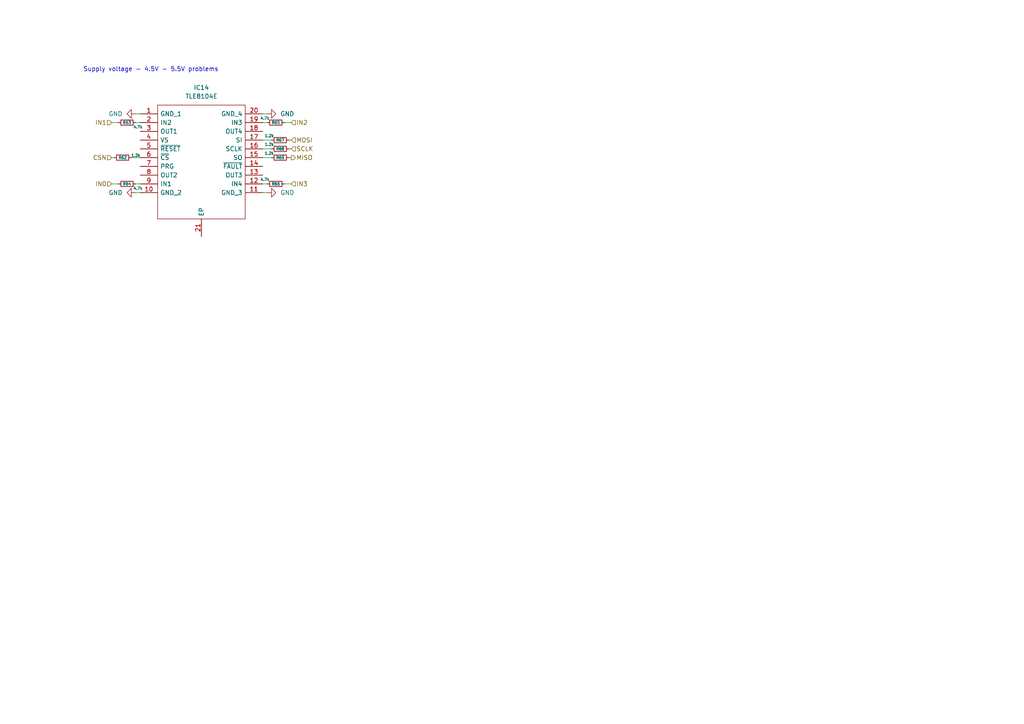
<source format=kicad_sch>
(kicad_sch (version 20211123) (generator eeschema)
  (paper "A4")
  (lib_symbols
    (symbol "Device:R_Small" (pin_numbers hide) (pin_names (offset 0.254) hide)
      (property "Reference" "R" (at 0.762 0.508 0))
      (property "Value" "R_Small" (at 0.762 -1.016 0))
      (symbol "R_Small_0_1"
        (rectangle (start -0.762 1.778) (end 0.762 -1.778) (stroke (width 0.2032)))
      )
      (symbol "R_Small_1_1"
        (pin passive line (at 0 2.54 270) (length 0.762) (name "~") (number "1"))
        (pin passive line (at 0 -2.54 90) (length 0.762) (name "~") (number "2"))
      )
    )
    (symbol "PDM_additional:TLE8104E" (pin_names (offset 0.762))
      (property "Reference" "IC" (at 31.75 7.62 0))
      (property "Value" "TLE8104E" (at 31.75 5.08 0))
      (symbol "TLE8104E_0_0"
        (pin passive line (at 0 0 0) (length 5.08) (name "GND_1") (number "1"))
        (pin passive line (at 0 -22.86 0) (length 5.08) (name "GND_2") (number "10"))
        (pin passive line (at 35.56 -22.86 180) (length 5.08) (name "GND_3") (number "11"))
        (pin passive line (at 35.56 -20.32 180) (length 5.08) (name "IN4") (number "12"))
        (pin passive line (at 35.56 -17.78 180) (length 5.08) (name "OUT3") (number "13"))
        (pin passive line (at 35.56 -15.24 180) (length 5.08) (name "~{FAULT}") (number "14"))
        (pin passive line (at 35.56 -12.7 180) (length 5.08) (name "SO") (number "15"))
        (pin passive line (at 35.56 -10.16 180) (length 5.08) (name "SCLK") (number "16"))
        (pin passive line (at 35.56 -7.62 180) (length 5.08) (name "SI") (number "17"))
        (pin passive line (at 35.56 -5.08 180) (length 5.08) (name "OUT4") (number "18"))
        (pin passive line (at 35.56 -2.54 180) (length 5.08) (name "IN3") (number "19"))
        (pin passive line (at 0 -2.54 0) (length 5.08) (name "IN2") (number "2"))
        (pin passive line (at 35.56 0 180) (length 5.08) (name "GND_4") (number "20"))
        (pin passive line (at 17.78 -35.56 90) (length 5.08) (name "EP") (number "21"))
        (pin passive line (at 0 -5.08 0) (length 5.08) (name "OUT1") (number "3"))
        (pin passive line (at 0 -7.62 0) (length 5.08) (name "VS") (number "4"))
        (pin passive line (at 0 -10.16 0) (length 5.08) (name "~{RESET}") (number "5"))
        (pin passive line (at 0 -12.7 0) (length 5.08) (name "~{CS}") (number "6"))
        (pin passive line (at 0 -15.24 0) (length 5.08) (name "PRG") (number "7"))
        (pin passive line (at 0 -17.78 0) (length 5.08) (name "OUT2") (number "8"))
        (pin passive line (at 0 -20.32 0) (length 5.08) (name "IN1") (number "9"))
      )
      (symbol "TLE8104E_0_1"
        (polyline (pts (xy 5.08 2.54) (xy 30.48 2.54) (xy 30.48 -30.48) (xy 5.08 -30.48) (xy 5.08 2.54)) (stroke (width 0.1524)))
      )
    )
    (symbol "power:GND" (power) (pin_names (offset 0))
      (property "Value" "GND" (at 0 -3.81 0))
      (symbol "GND_0_1"
        (polyline (pts (xy 0 0) (xy 0 -1.27) (xy 1.27 -1.27) (xy 0 -2.54) (xy -1.27 -1.27) (xy 0 -1.27)))
      )
      (symbol "GND_1_1"
        (pin power_in line (at 0 0 270) (length 0) hide (name "GND") (number "1"))
      )
    )
  )
  (wire (pts (xy 76.2 33.02) (xy 77.47 33.02)))
  (wire (pts (xy 78.74 45.72) (xy 76.2 45.72)))
  (wire (pts (xy 78.74 43.18) (xy 76.2 43.18)))
  (wire (pts (xy 39.37 53.34) (xy 40.64 53.34)))
  (wire (pts (xy 32.385 45.72) (xy 33.02 45.72)))
  (wire (pts (xy 84.455 45.72) (xy 83.82 45.72)))
  (wire (pts (xy 32.385 35.56) (xy 34.29 35.56)))
  (wire (pts (xy 32.385 53.34) (xy 34.29 53.34)))
  (wire (pts (xy 84.455 35.56) (xy 82.55 35.56)))
  (wire (pts (xy 76.2 55.88) (xy 77.47 55.88)))
  (wire (pts (xy 76.2 35.56) (xy 77.47 35.56)))
  (wire (pts (xy 76.2 53.34) (xy 77.47 53.34)))
  (wire (pts (xy 38.1 45.72) (xy 40.64 45.72)))
  (wire (pts (xy 40.64 33.02) (xy 39.37 33.02)))
  (wire (pts (xy 78.74 40.64) (xy 76.2 40.64)))
  (wire (pts (xy 84.455 40.64) (xy 83.82 40.64)))
  (wire (pts (xy 40.64 55.88) (xy 39.37 55.88)))
  (wire (pts (xy 84.455 53.34) (xy 82.55 53.34)))
  (wire (pts (xy 39.37 35.56) (xy 40.64 35.56)))
  (wire (pts (xy 84.455 43.18) (xy 83.82 43.18)))
  (text "Supply voltage - 4.5V - 5.5V problems" (at 24.13 20.955 0) (effects (font (size 1.27 1.27)) (justify left bottom)))
  (hierarchical_label "IN3" (shape input) (at 84.455 53.34 0))
  (hierarchical_label "IN1" (shape input) (at 32.385 35.56 180))
  (hierarchical_label "MOSI" (shape input) (at 84.455 40.64 0))
  (hierarchical_label "CSN" (shape input) (at 32.385 45.72 180))
  (hierarchical_label "MISO" (shape output) (at 84.455 45.72 0))
  (hierarchical_label "IN2" (shape input) (at 84.455 35.56 0))
  (hierarchical_label "IN0" (shape input) (at 32.385 53.34 180))
  (hierarchical_label "SCLK" (shape input) (at 84.455 43.18 0))
  (symbol (lib_id "Device:R_Small") (at 81.28 40.64 90) (unit 1)
    (property "Reference" "R67" (at 81.28 40.64 90) (effects (font (size 0.8 0.8))))
    (property "Value" "1.2k" (at 78.105 39.37 90) (effects (font (size 0.8 0.8))))
    (property "Footprint" "Resistor_SMD:R_0402_1005Metric" (effects hide))
  )
  (symbol (lib_id "power:GND") (at 39.37 33.02 270) (unit 1)
    (property "Reference" "#PWR0174" (effects hide))
    (property "Value" "GND" (at 35.56 33.0201 90) (effects (justify right)))
  )
  (symbol (lib_id "Device:R_Small") (at 36.83 53.34 90) (unit 1)
    (property "Reference" "R64" (at 36.83 53.34 90) (effects (font (size 0.8 0.8))))
    (property "Value" "4.7k" (at 40.005 54.61 90) (effects (font (size 0.8 0.8))))
    (property "Footprint" "Resistor_SMD:R_0402_1005Metric" (effects hide))
  )
  (symbol (lib_id "Device:R_Small") (at 80.01 35.56 270) (unit 1)
    (property "Reference" "R65" (at 80.01 35.56 90) (effects (font (size 0.8 0.8))))
    (property "Value" "4.7k" (at 76.835 34.29 90) (effects (font (size 0.8 0.8))))
    (property "Footprint" "Resistor_SMD:R_0402_1005Metric" (effects hide))
  )
  (symbol (lib_id "PDM_additional:TLE8104E") (at 40.64 33.02 0) (unit 1)
    (property "Reference" "IC14" (at 58.42 25.4 0))
    (property "Value" "TLE8104E" (at 58.42 27.94 0))
    (property "Footprint" "PDM_Additional:SOIC127P1030X255-21N" (effects hide))
    (property "Datasheet" "https://componentsearchengine.com/Datasheets/1/TLE8104E.pdf" (effects hide))
    (property "Description" "Power Switch ICs - Power Distribution SMART QUAD CHAN PWRTRAIN SWITCH" (effects hide))
    (property "Height" "2.55" (effects hide))
    (property "Manufacturer_Name" "Infineon" (effects hide))
    (property "Manufacturer_Part_Number" "TLE8104E" (effects hide))
    (property "Mouser Part Number" "726-TLE8104E" (effects hide))
    (property "Mouser Price/Stock" "https://www.mouser.co.uk/ProductDetail/Infineon-Technologies/TLE8104E?qs=mzcOS1kGbgcA1wSHMwv89A%3D%3D" (effects hide))
  )
  (symbol (lib_id "Device:R_Small") (at 35.56 45.72 270) (unit 1)
    (property "Reference" "R62" (at 35.56 45.72 90) (effects (font (size 0.8 0.8))))
    (property "Value" "1.2k" (at 39.37 45.085 90) (effects (font (size 0.8 0.8))))
    (property "Footprint" "Resistor_SMD:R_0402_1005Metric" (effects hide))
  )
  (symbol (lib_id "Device:R_Small") (at 36.83 35.56 90) (unit 1)
    (property "Reference" "R63" (at 36.83 35.56 90) (effects (font (size 0.8 0.8))))
    (property "Value" "4.7k" (at 40.005 36.83 90) (effects (font (size 0.8 0.8))))
    (property "Footprint" "Resistor_SMD:R_0402_1005Metric" (effects hide))
  )
  (symbol (lib_id "power:GND") (at 77.47 33.02 90) (unit 1)
    (property "Reference" "#PWR0175" (effects hide))
    (property "Value" "GND" (at 81.28 33.0199 90) (effects (justify right)))
  )
  (symbol (lib_id "Device:R_Small") (at 81.28 45.72 90) (unit 1)
    (property "Reference" "R69" (at 81.28 45.72 90) (effects (font (size 0.8 0.8))))
    (property "Value" "1.2k" (at 78.105 44.45 90) (effects (font (size 0.8 0.8))))
    (property "Footprint" "Resistor_SMD:R_0402_1005Metric" (effects hide))
  )
  (symbol (lib_id "Device:R_Small") (at 81.28 43.18 90) (unit 1)
    (property "Reference" "R68" (at 81.28 43.18 90) (effects (font (size 0.8 0.8))))
    (property "Value" "1.2k" (at 78.105 41.91 90) (effects (font (size 0.8 0.8))))
    (property "Footprint" "Resistor_SMD:R_0402_1005Metric" (effects hide))
  )
  (symbol (lib_id "Device:R_Small") (at 80.01 53.34 270) (unit 1)
    (property "Reference" "R66" (at 80.01 53.34 90) (effects (font (size 0.8 0.8))))
    (property "Value" "4.7k" (at 76.835 52.07 90) (effects (font (size 0.8 0.8))))
    (property "Footprint" "Resistor_SMD:R_0402_1005Metric" (effects hide))
  )
  (symbol (lib_id "power:GND") (at 39.37 55.88 270) (unit 1)
    (property "Reference" "#PWR0172" (effects hide))
    (property "Value" "GND" (at 35.56 55.8801 90) (effects (justify right)))
  )
  (symbol (lib_id "power:GND") (at 77.47 55.88 90) (unit 1)
    (property "Reference" "#PWR0173" (effects hide))
    (property "Value" "GND" (at 81.28 55.8799 90) (effects (justify right)))
  )
)
</source>
